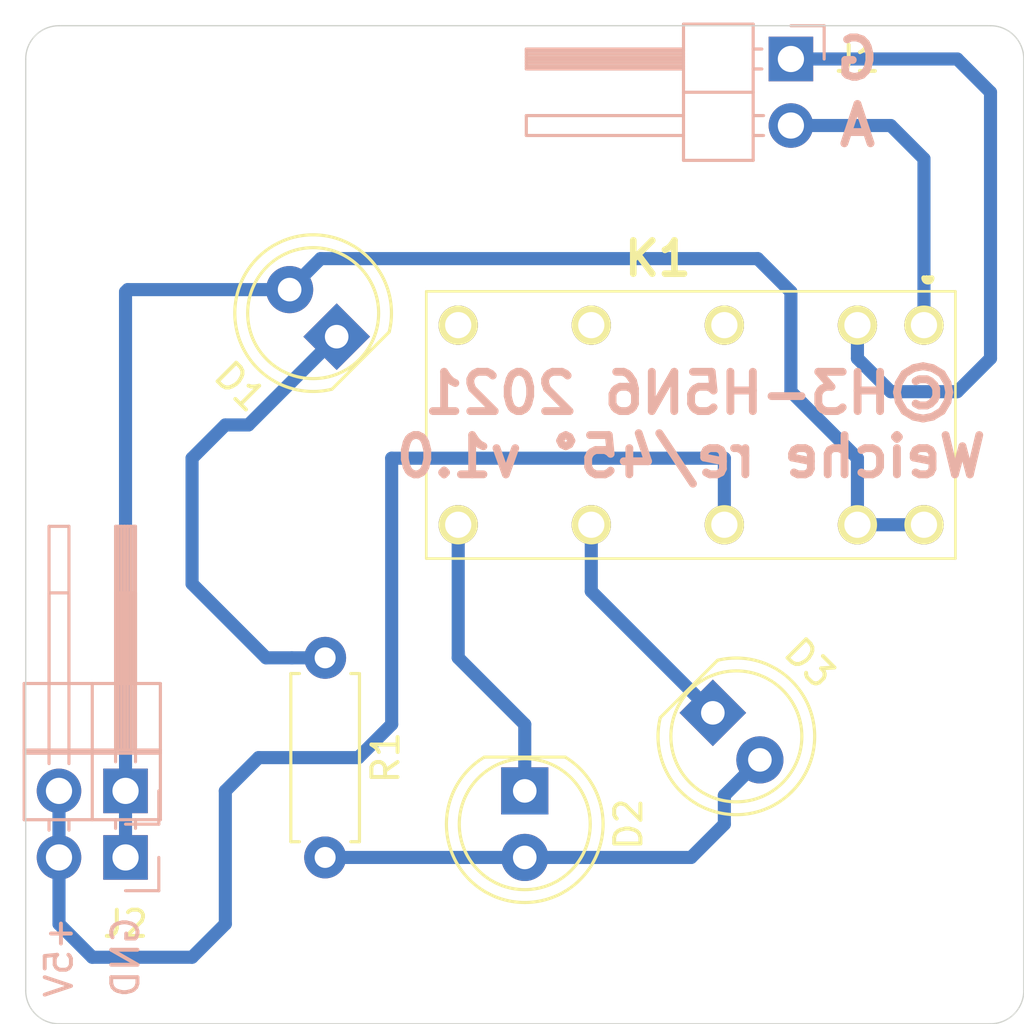
<source format=kicad_pcb>
(kicad_pcb (version 20171130) (host pcbnew 5.1.10)

  (general
    (thickness 1.6)
    (drawings 13)
    (tracks 50)
    (zones 0)
    (modules 10)
    (nets 9)
  )

  (page A4)
  (layers
    (0 F.Cu signal)
    (31 B.Cu signal)
    (32 B.Adhes user hide)
    (33 F.Adhes user hide)
    (34 B.Paste user hide)
    (35 F.Paste user hide)
    (36 B.SilkS user)
    (37 F.SilkS user)
    (38 B.Mask user)
    (39 F.Mask user hide)
    (40 Dwgs.User user hide)
    (41 Cmts.User user hide)
    (42 Eco1.User user hide)
    (43 Eco2.User user hide)
    (44 Edge.Cuts user)
    (45 Margin user hide)
    (46 B.CrtYd user)
    (47 F.CrtYd user)
    (48 B.Fab user hide)
    (49 F.Fab user hide)
  )

  (setup
    (last_trace_width 0.5)
    (trace_clearance 0.2)
    (zone_clearance 0.508)
    (zone_45_only no)
    (trace_min 0.2)
    (via_size 0.8)
    (via_drill 0.4)
    (via_min_size 0.4)
    (via_min_drill 0.3)
    (uvia_size 0.3)
    (uvia_drill 0.1)
    (uvias_allowed no)
    (uvia_min_size 0.2)
    (uvia_min_drill 0.1)
    (edge_width 0.05)
    (segment_width 0.2)
    (pcb_text_width 0.3)
    (pcb_text_size 1.5 1.5)
    (mod_edge_width 0.12)
    (mod_text_size 1 1)
    (mod_text_width 0.15)
    (pad_size 3.2 3.2)
    (pad_drill 3.2)
    (pad_to_mask_clearance 0)
    (aux_axis_origin 0 0)
    (grid_origin 148.59 115.57)
    (visible_elements FFFFFF7F)
    (pcbplotparams
      (layerselection 0x010fc_ffffffff)
      (usegerberextensions true)
      (usegerberattributes false)
      (usegerberadvancedattributes false)
      (creategerberjobfile false)
      (excludeedgelayer true)
      (linewidth 0.100000)
      (plotframeref false)
      (viasonmask false)
      (mode 1)
      (useauxorigin false)
      (hpglpennumber 1)
      (hpglpenspeed 20)
      (hpglpendiameter 15.000000)
      (psnegative false)
      (psa4output false)
      (plotreference true)
      (plotvalue false)
      (plotinvisibletext false)
      (padsonsilk false)
      (subtractmaskfromsilk true)
      (outputformat 1)
      (mirror false)
      (drillshape 0)
      (scaleselection 1)
      (outputdirectory "plot/"))
  )

  (net 0 "")
  (net 1 "Net-(D1-Pad1)")
  (net 2 "Net-(D2-Pad1)")
  (net 3 "Net-(D3-Pad1)")
  (net 4 "Net-(J1-Pad2)")
  (net 5 "Net-(J1-Pad1)")
  (net 6 +5V)
  (net 7 GND)
  (net 8 "Net-(D2-Pad2)")

  (net_class Default "This is the default net class."
    (clearance 0.2)
    (trace_width 0.5)
    (via_dia 0.8)
    (via_drill 0.4)
    (uvia_dia 0.3)
    (uvia_drill 0.1)
    (add_net +5V)
    (add_net GND)
    (add_net "Net-(D1-Pad1)")
    (add_net "Net-(D2-Pad1)")
    (add_net "Net-(D2-Pad2)")
    (add_net "Net-(D3-Pad1)")
    (add_net "Net-(J1-Pad1)")
    (add_net "Net-(J1-Pad2)")
  )

  (module Mounting_Holes:MountingHole_3.2mm_M3 (layer F.Cu) (tedit 6075FAD1) (tstamp 60904508)
    (at 139.7 115.57 270)
    (descr "Mounting Hole 3.2mm, no annular, M3")
    (tags "mounting hole 3.2mm no annular m3")
    (path /6074DA08)
    (attr virtual)
    (fp_text reference H1 (at 0 -4.2 90) (layer F.SilkS) hide
      (effects (font (size 1 1) (thickness 0.15)))
    )
    (fp_text value MountingHole (at 0 4.2 90) (layer F.Fab)
      (effects (font (size 1 1) (thickness 0.15)))
    )
    (fp_circle (center 0 0) (end 3.45 0) (layer F.CrtYd) (width 0.05))
    (fp_circle (center 0 0) (end 3.2 0) (layer Cmts.User) (width 0.15))
    (fp_text user %R (at 0.3 0 90) (layer F.Fab)
      (effects (font (size 1 1) (thickness 0.15)))
    )
    (pad "" np_thru_hole circle (at 0 0 270) (size 3.2 3.2) (drill 3.2) (layers *.Cu *.Mask)
      (thermal_gap 2))
  )

  (module LEDs:LED_D5.0mm (layer F.Cu) (tedit 5995936A) (tstamp 606F8082)
    (at 141.41 108.39 135)
    (descr "LED, diameter 5.0mm, 2 pins, http://cdn-reichelt.de/documents/datenblatt/A500/LL-504BC2E-009.pdf")
    (tags "LED diameter 5.0mm 2 pins")
    (path /612111BE)
    (fp_text reference D1 (at 1.27 -3.96 135) (layer F.SilkS)
      (effects (font (size 1 1) (thickness 0.15)))
    )
    (fp_text value LED (at 1.27 3.96 135) (layer F.Fab)
      (effects (font (size 1 1) (thickness 0.15)))
    )
    (fp_line (start 4.5 -3.25) (end -1.95 -3.25) (layer F.CrtYd) (width 0.05))
    (fp_line (start 4.5 3.25) (end 4.5 -3.25) (layer F.CrtYd) (width 0.05))
    (fp_line (start -1.95 3.25) (end 4.5 3.25) (layer F.CrtYd) (width 0.05))
    (fp_line (start -1.95 -3.25) (end -1.95 3.25) (layer F.CrtYd) (width 0.05))
    (fp_line (start -1.29 -1.545) (end -1.29 1.545) (layer F.SilkS) (width 0.12))
    (fp_line (start -1.23 -1.469694) (end -1.23 1.469694) (layer F.Fab) (width 0.1))
    (fp_circle (center 1.27 0) (end 3.77 0) (layer F.SilkS) (width 0.12))
    (fp_circle (center 1.27 0) (end 3.77 0) (layer F.Fab) (width 0.1))
    (fp_text user %R (at 1.27 -3.81 135) (layer F.Fab)
      (effects (font (size 0.8 0.8) (thickness 0.2)))
    )
    (fp_arc (start 1.27 0) (end -1.29 1.54483) (angle -148.9) (layer F.SilkS) (width 0.12))
    (fp_arc (start 1.27 0) (end -1.29 -1.54483) (angle 148.9) (layer F.SilkS) (width 0.12))
    (fp_arc (start 1.27 0) (end -1.23 -1.469694) (angle 299.1) (layer F.Fab) (width 0.1))
    (pad 2 thru_hole circle (at 2.54 0 135) (size 1.8 1.8) (drill 0.9) (layers *.Cu *.Mask)
      (net 6 +5V))
    (pad 1 thru_hole rect (at 0 0 135) (size 1.8 1.8) (drill 0.9) (layers *.Cu *.Mask)
      (net 1 "Net-(D1-Pad1)"))
    (model ${KISYS3DMOD}/LEDs.3dshapes/LED_D5.0mm.wrl
      (at (xyz 0 0 0))
      (scale (xyz 0.393701 0.393701 0.393701))
      (rotate (xyz 0 0 0))
    )
  )

  (module HFD2005SL2D (layer F.Cu) (tedit 60566F5C) (tstamp 606F812A)
    (at 163.83 107.95 180)
    (descr HFD2/005-S-L2-D-3)
    (tags "Relay or Contactor")
    (path /6125B40D)
    (fp_text reference K1 (at 10.16 2.54) (layer F.SilkS)
      (effects (font (size 1.27 1.27) (thickness 0.254)))
    )
    (fp_text value HFD2_005-S-L2-D (at 8.9 -3.53) (layer F.SilkS) hide
      (effects (font (size 1.27 1.27) (thickness 0.254)))
    )
    (fp_line (start -0.1 1.8) (end -0.1 1.8) (layer F.SilkS) (width 0.2))
    (fp_line (start 0 1.8) (end 0 1.8) (layer F.SilkS) (width 0.2))
    (fp_line (start -0.1 1.8) (end -0.1 1.8) (layer F.SilkS) (width 0.2))
    (fp_line (start -2.2 -9.91) (end -2.2 2.85) (layer Dwgs.User) (width 0.1))
    (fp_line (start 20 -9.91) (end -2.2 -9.91) (layer Dwgs.User) (width 0.1))
    (fp_line (start 20 2.85) (end 20 -9.91) (layer Dwgs.User) (width 0.1))
    (fp_line (start -2.2 2.85) (end 20 2.85) (layer Dwgs.User) (width 0.1))
    (fp_line (start -1.2 -8.91) (end -1.2 1.29) (layer F.SilkS) (width 0.1))
    (fp_line (start 19 -8.91) (end -1.2 -8.91) (layer F.SilkS) (width 0.1))
    (fp_line (start 19 1.29) (end 19 -8.91) (layer F.SilkS) (width 0.1))
    (fp_line (start -1.2 1.29) (end 19 1.29) (layer F.SilkS) (width 0.1))
    (fp_line (start -1.2 1.29) (end -1.2 -8.91) (layer Dwgs.User) (width 0.2))
    (fp_line (start 19 1.29) (end -1.2 1.29) (layer Dwgs.User) (width 0.2))
    (fp_line (start 19 -8.91) (end 19 1.29) (layer Dwgs.User) (width 0.2))
    (fp_line (start -1.2 -8.91) (end 19 -8.91) (layer Dwgs.User) (width 0.2))
    (fp_arc (start -0.15 1.8) (end -0.1 1.8) (angle -180) (layer F.SilkS) (width 0.2))
    (fp_arc (start -0.15 1.8) (end 0 1.8) (angle -180) (layer F.SilkS) (width 0.2))
    (fp_arc (start -0.15 1.8) (end -0.1 1.8) (angle -180) (layer F.SilkS) (width 0.2))
    (pad 1 thru_hole circle (at 0 0 270) (size 1.5 1.5) (drill 1) (layers *.Cu *.Mask F.SilkS)
      (net 4 "Net-(J1-Pad2)"))
    (pad 2 thru_hole circle (at 2.54 0 270) (size 1.5 1.5) (drill 1) (layers *.Cu *.Mask F.SilkS)
      (net 5 "Net-(J1-Pad1)"))
    (pad 4 thru_hole circle (at 7.62 0 270) (size 1.5 1.5) (drill 1) (layers *.Cu *.Mask F.SilkS))
    (pad 6 thru_hole circle (at 12.7 0 270) (size 1.5 1.5) (drill 1) (layers *.Cu *.Mask F.SilkS))
    (pad 8 thru_hole circle (at 17.78 0 270) (size 1.5 1.5) (drill 1) (layers *.Cu *.Mask F.SilkS))
    (pad 9 thru_hole circle (at 17.78 -7.62 270) (size 1.5 1.5) (drill 1) (layers *.Cu *.Mask F.SilkS)
      (net 2 "Net-(D2-Pad1)"))
    (pad 11 thru_hole circle (at 12.7 -7.62 270) (size 1.5 1.5) (drill 1) (layers *.Cu *.Mask F.SilkS)
      (net 3 "Net-(D3-Pad1)"))
    (pad 13 thru_hole circle (at 7.62 -7.62 270) (size 1.5 1.5) (drill 1) (layers *.Cu *.Mask F.SilkS)
      (net 7 GND))
    (pad 15 thru_hole circle (at 2.54 -7.62 270) (size 1.5 1.5) (drill 1) (layers *.Cu *.Mask F.SilkS)
      (net 6 +5V))
    (pad 16 thru_hole circle (at 0 -7.62 270) (size 1.5 1.5) (drill 1) (layers *.Cu *.Mask F.SilkS)
      (net 6 +5V))
  )

  (module LEDs:LED_D5.0mm (layer F.Cu) (tedit 5995936A) (tstamp 606F8094)
    (at 148.59 125.73 270)
    (descr "LED, diameter 5.0mm, 2 pins, http://cdn-reichelt.de/documents/datenblatt/A500/LL-504BC2E-009.pdf")
    (tags "LED diameter 5.0mm 2 pins")
    (path /61211E8C)
    (fp_text reference D2 (at 1.27 -3.96 90) (layer F.SilkS)
      (effects (font (size 1 1) (thickness 0.15)))
    )
    (fp_text value LED (at 1.27 3.96 90) (layer F.Fab)
      (effects (font (size 1 1) (thickness 0.15)))
    )
    (fp_circle (center 1.27 0) (end 3.77 0) (layer F.Fab) (width 0.1))
    (fp_circle (center 1.27 0) (end 3.77 0) (layer F.SilkS) (width 0.12))
    (fp_line (start -1.23 -1.469694) (end -1.23 1.469694) (layer F.Fab) (width 0.1))
    (fp_line (start -1.29 -1.545) (end -1.29 1.545) (layer F.SilkS) (width 0.12))
    (fp_line (start -1.95 -3.25) (end -1.95 3.25) (layer F.CrtYd) (width 0.05))
    (fp_line (start -1.95 3.25) (end 4.5 3.25) (layer F.CrtYd) (width 0.05))
    (fp_line (start 4.5 3.25) (end 4.5 -3.25) (layer F.CrtYd) (width 0.05))
    (fp_line (start 4.5 -3.25) (end -1.95 -3.25) (layer F.CrtYd) (width 0.05))
    (fp_arc (start 1.27 0) (end -1.23 -1.469694) (angle 299.1) (layer F.Fab) (width 0.1))
    (fp_arc (start 1.27 0) (end -1.29 -1.54483) (angle 148.9) (layer F.SilkS) (width 0.12))
    (fp_arc (start 1.27 0) (end -1.29 1.54483) (angle -148.9) (layer F.SilkS) (width 0.12))
    (fp_text user %R (at 1.25 -3.81 90) (layer F.Fab)
      (effects (font (size 0.8 0.8) (thickness 0.2)))
    )
    (pad 1 thru_hole rect (at 0 0 270) (size 1.8 1.8) (drill 0.9) (layers *.Cu *.Mask)
      (net 2 "Net-(D2-Pad1)"))
    (pad 2 thru_hole circle (at 2.54 0 270) (size 1.8 1.8) (drill 0.9) (layers *.Cu *.Mask)
      (net 8 "Net-(D2-Pad2)"))
    (model ${KISYS3DMOD}/LEDs.3dshapes/LED_D5.0mm.wrl
      (at (xyz 0 0 0))
      (scale (xyz 0.393701 0.393701 0.393701))
      (rotate (xyz 0 0 0))
    )
  )

  (module LEDs:LED_D5.0mm (layer F.Cu) (tedit 5995936A) (tstamp 606F80A6)
    (at 155.77 122.75 315)
    (descr "LED, diameter 5.0mm, 2 pins, http://cdn-reichelt.de/documents/datenblatt/A500/LL-504BC2E-009.pdf")
    (tags "LED diameter 5.0mm 2 pins")
    (path /612122F7)
    (fp_text reference D3 (at 1.27 -3.96 135) (layer F.SilkS)
      (effects (font (size 1 1) (thickness 0.15)))
    )
    (fp_text value LED (at 1.27 3.96 135) (layer F.Fab)
      (effects (font (size 1 1) (thickness 0.15)))
    )
    (fp_line (start 4.5 -3.25) (end -1.95 -3.25) (layer F.CrtYd) (width 0.05))
    (fp_line (start 4.5 3.25) (end 4.5 -3.25) (layer F.CrtYd) (width 0.05))
    (fp_line (start -1.95 3.25) (end 4.5 3.25) (layer F.CrtYd) (width 0.05))
    (fp_line (start -1.95 -3.25) (end -1.95 3.25) (layer F.CrtYd) (width 0.05))
    (fp_line (start -1.29 -1.545) (end -1.29 1.545) (layer F.SilkS) (width 0.12))
    (fp_line (start -1.23 -1.469694) (end -1.23 1.469694) (layer F.Fab) (width 0.1))
    (fp_circle (center 1.27 0) (end 3.77 0) (layer F.SilkS) (width 0.12))
    (fp_circle (center 1.27 0) (end 3.77 0) (layer F.Fab) (width 0.1))
    (fp_text user %R (at 1.796051 -3.592102 135) (layer F.Fab)
      (effects (font (size 0.8 0.8) (thickness 0.2)))
    )
    (fp_arc (start 1.27 0) (end -1.29 1.54483) (angle -148.9) (layer F.SilkS) (width 0.12))
    (fp_arc (start 1.27 0) (end -1.29 -1.54483) (angle 148.9) (layer F.SilkS) (width 0.12))
    (fp_arc (start 1.27 0) (end -1.23 -1.469694) (angle 299.1) (layer F.Fab) (width 0.1))
    (pad 2 thru_hole circle (at 2.54 0 315) (size 1.8 1.8) (drill 0.9) (layers *.Cu *.Mask)
      (net 8 "Net-(D2-Pad2)"))
    (pad 1 thru_hole rect (at 0 0 315) (size 1.8 1.8) (drill 0.9) (layers *.Cu *.Mask)
      (net 3 "Net-(D3-Pad1)"))
    (model ${KISYS3DMOD}/LEDs.3dshapes/LED_D5.0mm.wrl
      (at (xyz 0 0 0))
      (scale (xyz 0.393701 0.393701 0.393701))
      (rotate (xyz 0 0 0))
    )
  )

  (module Resistors_THT:R_Axial_DIN0207_L6.3mm_D2.5mm_P7.62mm_Horizontal (layer F.Cu) (tedit 5874F706) (tstamp 606F8140)
    (at 140.97 120.65 270)
    (descr "Resistor, Axial_DIN0207 series, Axial, Horizontal, pin pitch=7.62mm, 0.25W = 1/4W, length*diameter=6.3*2.5mm^2, http://cdn-reichelt.de/documents/datenblatt/B400/1_4W%23YAG.pdf")
    (tags "Resistor Axial_DIN0207 series Axial Horizontal pin pitch 7.62mm 0.25W = 1/4W length 6.3mm diameter 2.5mm")
    (path /61212C6E)
    (fp_text reference R1 (at 3.81 -2.31 90) (layer F.SilkS)
      (effects (font (size 1 1) (thickness 0.15)))
    )
    (fp_text value 100 (at 2.794 2.54 90) (layer F.Fab)
      (effects (font (size 1 1) (thickness 0.15)))
    )
    (fp_line (start 8.7 -1.6) (end -1.05 -1.6) (layer F.CrtYd) (width 0.05))
    (fp_line (start 8.7 1.6) (end 8.7 -1.6) (layer F.CrtYd) (width 0.05))
    (fp_line (start -1.05 1.6) (end 8.7 1.6) (layer F.CrtYd) (width 0.05))
    (fp_line (start -1.05 -1.6) (end -1.05 1.6) (layer F.CrtYd) (width 0.05))
    (fp_line (start 7.02 1.31) (end 7.02 0.98) (layer F.SilkS) (width 0.12))
    (fp_line (start 0.6 1.31) (end 7.02 1.31) (layer F.SilkS) (width 0.12))
    (fp_line (start 0.6 0.98) (end 0.6 1.31) (layer F.SilkS) (width 0.12))
    (fp_line (start 7.02 -1.31) (end 7.02 -0.98) (layer F.SilkS) (width 0.12))
    (fp_line (start 0.6 -1.31) (end 7.02 -1.31) (layer F.SilkS) (width 0.12))
    (fp_line (start 0.6 -0.98) (end 0.6 -1.31) (layer F.SilkS) (width 0.12))
    (fp_line (start 7.62 0) (end 6.96 0) (layer F.Fab) (width 0.1))
    (fp_line (start 0 0) (end 0.66 0) (layer F.Fab) (width 0.1))
    (fp_line (start 6.96 -1.25) (end 0.66 -1.25) (layer F.Fab) (width 0.1))
    (fp_line (start 6.96 1.25) (end 6.96 -1.25) (layer F.Fab) (width 0.1))
    (fp_line (start 0.66 1.25) (end 6.96 1.25) (layer F.Fab) (width 0.1))
    (fp_line (start 0.66 -1.25) (end 0.66 1.25) (layer F.Fab) (width 0.1))
    (pad 2 thru_hole oval (at 7.62 0 270) (size 1.6 1.6) (drill 0.8) (layers *.Cu *.Mask)
      (net 8 "Net-(D2-Pad2)"))
    (pad 1 thru_hole circle (at 0 0 270) (size 1.6 1.6) (drill 0.8) (layers *.Cu *.Mask)
      (net 1 "Net-(D1-Pad1)"))
    (model ${KISYS3DMOD}/Resistors_THT.3dshapes/R_Axial_DIN0207_L6.3mm_D2.5mm_P7.62mm_Horizontal.wrl
      (at (xyz 0 0 0))
      (scale (xyz 0.393701 0.393701 0.393701))
      (rotate (xyz 0 0 0))
    )
  )

  (module Pin_Headers:Pin_Header_Angled_1x02_Pitch2.54mm (layer B.Cu) (tedit 59650532) (tstamp 606F8EF6)
    (at 158.75 97.79 180)
    (descr "Through hole angled pin header, 1x02, 2.54mm pitch, 6mm pin length, single row")
    (tags "Through hole angled pin header THT 1x02 2.54mm single row")
    (path /61262617)
    (fp_text reference J1 (at -2.54 0 180) (layer F.SilkS)
      (effects (font (size 1 1) (thickness 0.15)))
    )
    (fp_text value Conn_01x02_Male (at 4.385 -4.81 180) (layer B.Fab)
      (effects (font (size 1 1) (thickness 0.15)) (justify mirror))
    )
    (fp_line (start 10.55 1.8) (end -1.8 1.8) (layer B.CrtYd) (width 0.05))
    (fp_line (start 10.55 -4.35) (end 10.55 1.8) (layer B.CrtYd) (width 0.05))
    (fp_line (start -1.8 -4.35) (end 10.55 -4.35) (layer B.CrtYd) (width 0.05))
    (fp_line (start -1.8 1.8) (end -1.8 -4.35) (layer B.CrtYd) (width 0.05))
    (fp_line (start -1.27 1.27) (end 0 1.27) (layer B.SilkS) (width 0.12))
    (fp_line (start -1.27 0) (end -1.27 1.27) (layer B.SilkS) (width 0.12))
    (fp_line (start 1.042929 -2.92) (end 1.44 -2.92) (layer B.SilkS) (width 0.12))
    (fp_line (start 1.042929 -2.16) (end 1.44 -2.16) (layer B.SilkS) (width 0.12))
    (fp_line (start 10.1 -2.92) (end 4.1 -2.92) (layer B.SilkS) (width 0.12))
    (fp_line (start 10.1 -2.16) (end 10.1 -2.92) (layer B.SilkS) (width 0.12))
    (fp_line (start 4.1 -2.16) (end 10.1 -2.16) (layer B.SilkS) (width 0.12))
    (fp_line (start 1.44 -1.27) (end 4.1 -1.27) (layer B.SilkS) (width 0.12))
    (fp_line (start 1.11 -0.38) (end 1.44 -0.38) (layer B.SilkS) (width 0.12))
    (fp_line (start 1.11 0.38) (end 1.44 0.38) (layer B.SilkS) (width 0.12))
    (fp_line (start 4.1 -0.28) (end 10.1 -0.28) (layer B.SilkS) (width 0.12))
    (fp_line (start 4.1 -0.16) (end 10.1 -0.16) (layer B.SilkS) (width 0.12))
    (fp_line (start 4.1 -0.04) (end 10.1 -0.04) (layer B.SilkS) (width 0.12))
    (fp_line (start 4.1 0.08) (end 10.1 0.08) (layer B.SilkS) (width 0.12))
    (fp_line (start 4.1 0.2) (end 10.1 0.2) (layer B.SilkS) (width 0.12))
    (fp_line (start 4.1 0.32) (end 10.1 0.32) (layer B.SilkS) (width 0.12))
    (fp_line (start 10.1 -0.38) (end 4.1 -0.38) (layer B.SilkS) (width 0.12))
    (fp_line (start 10.1 0.38) (end 10.1 -0.38) (layer B.SilkS) (width 0.12))
    (fp_line (start 4.1 0.38) (end 10.1 0.38) (layer B.SilkS) (width 0.12))
    (fp_line (start 4.1 1.33) (end 1.44 1.33) (layer B.SilkS) (width 0.12))
    (fp_line (start 4.1 -3.87) (end 4.1 1.33) (layer B.SilkS) (width 0.12))
    (fp_line (start 1.44 -3.87) (end 4.1 -3.87) (layer B.SilkS) (width 0.12))
    (fp_line (start 1.44 1.33) (end 1.44 -3.87) (layer B.SilkS) (width 0.12))
    (fp_line (start 4.04 -2.86) (end 10.04 -2.86) (layer B.Fab) (width 0.1))
    (fp_line (start 10.04 -2.22) (end 10.04 -2.86) (layer B.Fab) (width 0.1))
    (fp_line (start 4.04 -2.22) (end 10.04 -2.22) (layer B.Fab) (width 0.1))
    (fp_line (start -0.32 -2.86) (end 1.5 -2.86) (layer B.Fab) (width 0.1))
    (fp_line (start -0.32 -2.22) (end -0.32 -2.86) (layer B.Fab) (width 0.1))
    (fp_line (start -0.32 -2.22) (end 1.5 -2.22) (layer B.Fab) (width 0.1))
    (fp_line (start 4.04 -0.32) (end 10.04 -0.32) (layer B.Fab) (width 0.1))
    (fp_line (start 10.04 0.32) (end 10.04 -0.32) (layer B.Fab) (width 0.1))
    (fp_line (start 4.04 0.32) (end 10.04 0.32) (layer B.Fab) (width 0.1))
    (fp_line (start -0.32 -0.32) (end 1.5 -0.32) (layer B.Fab) (width 0.1))
    (fp_line (start -0.32 0.32) (end -0.32 -0.32) (layer B.Fab) (width 0.1))
    (fp_line (start -0.32 0.32) (end 1.5 0.32) (layer B.Fab) (width 0.1))
    (fp_line (start 1.5 0.635) (end 2.135 1.27) (layer B.Fab) (width 0.1))
    (fp_line (start 1.5 -3.81) (end 1.5 0.635) (layer B.Fab) (width 0.1))
    (fp_line (start 4.04 -3.81) (end 1.5 -3.81) (layer B.Fab) (width 0.1))
    (fp_line (start 4.04 1.27) (end 4.04 -3.81) (layer B.Fab) (width 0.1))
    (fp_line (start 2.135 1.27) (end 4.04 1.27) (layer B.Fab) (width 0.1))
    (fp_text user %R (at 0 1.27 90) (layer B.Fab)
      (effects (font (size 1 1) (thickness 0.15)) (justify mirror))
    )
    (pad 2 thru_hole oval (at 0 -2.54 180) (size 1.7 1.7) (drill 1) (layers *.Cu *.Mask)
      (net 4 "Net-(J1-Pad2)"))
    (pad 1 thru_hole rect (at 0 0 180) (size 1.7 1.7) (drill 1) (layers *.Cu *.Mask)
      (net 5 "Net-(J1-Pad1)"))
    (model ${KISYS3DMOD}/Pin_Headers.3dshapes/Pin_Header_Angled_1x02_Pitch2.54mm.wrl
      (at (xyz 0 0 0))
      (scale (xyz 1 1 1))
      (rotate (xyz 0 0 0))
    )
  )

  (module Pin_Headers:Pin_Header_Angled_1x02_Pitch2.54mm (layer B.Cu) (tedit 59650532) (tstamp 606F8F28)
    (at 133.35 125.73 90)
    (descr "Through hole angled pin header, 1x02, 2.54mm pitch, 6mm pin length, single row")
    (tags "Through hole angled pin header THT 1x02 2.54mm single row")
    (path /61263F3E)
    (fp_text reference J2 (at -5.08 0 180) (layer F.SilkS)
      (effects (font (size 1 1) (thickness 0.15)))
    )
    (fp_text value Power (at 4.385 -4.81 90) (layer B.Fab)
      (effects (font (size 1 1) (thickness 0.15)) (justify mirror))
    )
    (fp_line (start 2.135 1.27) (end 4.04 1.27) (layer B.Fab) (width 0.1))
    (fp_line (start 4.04 1.27) (end 4.04 -3.81) (layer B.Fab) (width 0.1))
    (fp_line (start 4.04 -3.81) (end 1.5 -3.81) (layer B.Fab) (width 0.1))
    (fp_line (start 1.5 -3.81) (end 1.5 0.635) (layer B.Fab) (width 0.1))
    (fp_line (start 1.5 0.635) (end 2.135 1.27) (layer B.Fab) (width 0.1))
    (fp_line (start -0.32 0.32) (end 1.5 0.32) (layer B.Fab) (width 0.1))
    (fp_line (start -0.32 0.32) (end -0.32 -0.32) (layer B.Fab) (width 0.1))
    (fp_line (start -0.32 -0.32) (end 1.5 -0.32) (layer B.Fab) (width 0.1))
    (fp_line (start 4.04 0.32) (end 10.04 0.32) (layer B.Fab) (width 0.1))
    (fp_line (start 10.04 0.32) (end 10.04 -0.32) (layer B.Fab) (width 0.1))
    (fp_line (start 4.04 -0.32) (end 10.04 -0.32) (layer B.Fab) (width 0.1))
    (fp_line (start -0.32 -2.22) (end 1.5 -2.22) (layer B.Fab) (width 0.1))
    (fp_line (start -0.32 -2.22) (end -0.32 -2.86) (layer B.Fab) (width 0.1))
    (fp_line (start -0.32 -2.86) (end 1.5 -2.86) (layer B.Fab) (width 0.1))
    (fp_line (start 4.04 -2.22) (end 10.04 -2.22) (layer B.Fab) (width 0.1))
    (fp_line (start 10.04 -2.22) (end 10.04 -2.86) (layer B.Fab) (width 0.1))
    (fp_line (start 4.04 -2.86) (end 10.04 -2.86) (layer B.Fab) (width 0.1))
    (fp_line (start 1.44 1.33) (end 1.44 -3.87) (layer B.SilkS) (width 0.12))
    (fp_line (start 1.44 -3.87) (end 4.1 -3.87) (layer B.SilkS) (width 0.12))
    (fp_line (start 4.1 -3.87) (end 4.1 1.33) (layer B.SilkS) (width 0.12))
    (fp_line (start 4.1 1.33) (end 1.44 1.33) (layer B.SilkS) (width 0.12))
    (fp_line (start 4.1 0.38) (end 10.1 0.38) (layer B.SilkS) (width 0.12))
    (fp_line (start 10.1 0.38) (end 10.1 -0.38) (layer B.SilkS) (width 0.12))
    (fp_line (start 10.1 -0.38) (end 4.1 -0.38) (layer B.SilkS) (width 0.12))
    (fp_line (start 4.1 0.32) (end 10.1 0.32) (layer B.SilkS) (width 0.12))
    (fp_line (start 4.1 0.2) (end 10.1 0.2) (layer B.SilkS) (width 0.12))
    (fp_line (start 4.1 0.08) (end 10.1 0.08) (layer B.SilkS) (width 0.12))
    (fp_line (start 4.1 -0.04) (end 10.1 -0.04) (layer B.SilkS) (width 0.12))
    (fp_line (start 4.1 -0.16) (end 10.1 -0.16) (layer B.SilkS) (width 0.12))
    (fp_line (start 4.1 -0.28) (end 10.1 -0.28) (layer B.SilkS) (width 0.12))
    (fp_line (start 1.11 0.38) (end 1.44 0.38) (layer B.SilkS) (width 0.12))
    (fp_line (start 1.11 -0.38) (end 1.44 -0.38) (layer B.SilkS) (width 0.12))
    (fp_line (start 1.44 -1.27) (end 4.1 -1.27) (layer B.SilkS) (width 0.12))
    (fp_line (start 4.1 -2.16) (end 10.1 -2.16) (layer B.SilkS) (width 0.12))
    (fp_line (start 10.1 -2.16) (end 10.1 -2.92) (layer B.SilkS) (width 0.12))
    (fp_line (start 10.1 -2.92) (end 4.1 -2.92) (layer B.SilkS) (width 0.12))
    (fp_line (start 1.042929 -2.16) (end 1.44 -2.16) (layer B.SilkS) (width 0.12))
    (fp_line (start 1.042929 -2.92) (end 1.44 -2.92) (layer B.SilkS) (width 0.12))
    (fp_line (start -1.27 0) (end -1.27 1.27) (layer B.SilkS) (width 0.12))
    (fp_line (start -1.27 1.27) (end 0 1.27) (layer B.SilkS) (width 0.12))
    (fp_line (start -1.8 1.8) (end -1.8 -4.35) (layer B.CrtYd) (width 0.05))
    (fp_line (start -1.8 -4.35) (end 10.55 -4.35) (layer B.CrtYd) (width 0.05))
    (fp_line (start 10.55 -4.35) (end 10.55 1.8) (layer B.CrtYd) (width 0.05))
    (fp_line (start 10.55 1.8) (end -1.8 1.8) (layer B.CrtYd) (width 0.05))
    (fp_text user %R (at 1.5 -3.81 180) (layer B.Fab)
      (effects (font (size 1 1) (thickness 0.15)) (justify mirror))
    )
    (pad 1 thru_hole rect (at 0 0 90) (size 1.7 1.7) (drill 1) (layers *.Cu *.Mask)
      (net 6 +5V))
    (pad 2 thru_hole oval (at 0 -2.54 90) (size 1.7 1.7) (drill 1) (layers *.Cu *.Mask)
      (net 7 GND))
    (model ${KISYS3DMOD}/Pin_Headers.3dshapes/Pin_Header_Angled_1x02_Pitch2.54mm.wrl
      (at (xyz 0 0 0))
      (scale (xyz 1 1 1))
      (rotate (xyz 0 0 0))
    )
  )

  (module Pin_Headers:Pin_Header_Angled_1x02_Pitch2.54mm (layer B.Cu) (tedit 59650532) (tstamp 606F8F5A)
    (at 133.35 128.27 90)
    (descr "Through hole angled pin header, 1x02, 2.54mm pitch, 6mm pin length, single row")
    (tags "Through hole angled pin header THT 1x02 2.54mm single row")
    (path /612729E3)
    (fp_text reference J3 (at -2.54 0 180) (layer F.SilkS) hide
      (effects (font (size 1 1) (thickness 0.15)))
    )
    (fp_text value Conn_01x02_Male (at 4.385 -4.81 90) (layer B.Fab)
      (effects (font (size 1 1) (thickness 0.15)) (justify mirror))
    )
    (fp_line (start 10.55 1.8) (end -1.8 1.8) (layer B.CrtYd) (width 0.05))
    (fp_line (start 10.55 -4.35) (end 10.55 1.8) (layer B.CrtYd) (width 0.05))
    (fp_line (start -1.8 -4.35) (end 10.55 -4.35) (layer B.CrtYd) (width 0.05))
    (fp_line (start -1.8 1.8) (end -1.8 -4.35) (layer B.CrtYd) (width 0.05))
    (fp_line (start -1.27 1.27) (end 0 1.27) (layer B.SilkS) (width 0.12))
    (fp_line (start -1.27 0) (end -1.27 1.27) (layer B.SilkS) (width 0.12))
    (fp_line (start 1.042929 -2.92) (end 1.44 -2.92) (layer B.SilkS) (width 0.12))
    (fp_line (start 1.042929 -2.16) (end 1.44 -2.16) (layer B.SilkS) (width 0.12))
    (fp_line (start 10.1 -2.92) (end 4.1 -2.92) (layer B.SilkS) (width 0.12))
    (fp_line (start 10.1 -2.16) (end 10.1 -2.92) (layer B.SilkS) (width 0.12))
    (fp_line (start 4.1 -2.16) (end 10.1 -2.16) (layer B.SilkS) (width 0.12))
    (fp_line (start 1.44 -1.27) (end 4.1 -1.27) (layer B.SilkS) (width 0.12))
    (fp_line (start 1.11 -0.38) (end 1.44 -0.38) (layer B.SilkS) (width 0.12))
    (fp_line (start 1.11 0.38) (end 1.44 0.38) (layer B.SilkS) (width 0.12))
    (fp_line (start 4.1 -0.28) (end 10.1 -0.28) (layer B.SilkS) (width 0.12))
    (fp_line (start 4.1 -0.16) (end 10.1 -0.16) (layer B.SilkS) (width 0.12))
    (fp_line (start 4.1 -0.04) (end 10.1 -0.04) (layer B.SilkS) (width 0.12))
    (fp_line (start 4.1 0.08) (end 10.1 0.08) (layer B.SilkS) (width 0.12))
    (fp_line (start 4.1 0.2) (end 10.1 0.2) (layer B.SilkS) (width 0.12))
    (fp_line (start 4.1 0.32) (end 10.1 0.32) (layer B.SilkS) (width 0.12))
    (fp_line (start 10.1 -0.38) (end 4.1 -0.38) (layer B.SilkS) (width 0.12))
    (fp_line (start 10.1 0.38) (end 10.1 -0.38) (layer B.SilkS) (width 0.12))
    (fp_line (start 4.1 0.38) (end 10.1 0.38) (layer B.SilkS) (width 0.12))
    (fp_line (start 4.1 1.33) (end 1.44 1.33) (layer B.SilkS) (width 0.12))
    (fp_line (start 4.1 -3.87) (end 4.1 1.33) (layer B.SilkS) (width 0.12))
    (fp_line (start 1.44 -3.87) (end 4.1 -3.87) (layer B.SilkS) (width 0.12))
    (fp_line (start 1.44 1.33) (end 1.44 -3.87) (layer B.SilkS) (width 0.12))
    (fp_line (start 4.04 -2.86) (end 10.04 -2.86) (layer B.Fab) (width 0.1))
    (fp_line (start 10.04 -2.22) (end 10.04 -2.86) (layer B.Fab) (width 0.1))
    (fp_line (start 4.04 -2.22) (end 10.04 -2.22) (layer B.Fab) (width 0.1))
    (fp_line (start -0.32 -2.86) (end 1.5 -2.86) (layer B.Fab) (width 0.1))
    (fp_line (start -0.32 -2.22) (end -0.32 -2.86) (layer B.Fab) (width 0.1))
    (fp_line (start -0.32 -2.22) (end 1.5 -2.22) (layer B.Fab) (width 0.1))
    (fp_line (start 4.04 -0.32) (end 10.04 -0.32) (layer B.Fab) (width 0.1))
    (fp_line (start 10.04 0.32) (end 10.04 -0.32) (layer B.Fab) (width 0.1))
    (fp_line (start 4.04 0.32) (end 10.04 0.32) (layer B.Fab) (width 0.1))
    (fp_line (start -0.32 -0.32) (end 1.5 -0.32) (layer B.Fab) (width 0.1))
    (fp_line (start -0.32 0.32) (end -0.32 -0.32) (layer B.Fab) (width 0.1))
    (fp_line (start -0.32 0.32) (end 1.5 0.32) (layer B.Fab) (width 0.1))
    (fp_line (start 1.5 0.635) (end 2.135 1.27) (layer B.Fab) (width 0.1))
    (fp_line (start 1.5 -3.81) (end 1.5 0.635) (layer B.Fab) (width 0.1))
    (fp_line (start 4.04 -3.81) (end 1.5 -3.81) (layer B.Fab) (width 0.1))
    (fp_line (start 4.04 1.27) (end 4.04 -3.81) (layer B.Fab) (width 0.1))
    (fp_line (start 2.135 1.27) (end 4.04 1.27) (layer B.Fab) (width 0.1))
    (fp_text user %R (at 0 -3.81 180) (layer B.Fab)
      (effects (font (size 1 1) (thickness 0.15)) (justify mirror))
    )
    (pad 2 thru_hole oval (at 0 -2.54 90) (size 1.7 1.7) (drill 1) (layers *.Cu *.Mask)
      (net 7 GND))
    (pad 1 thru_hole rect (at 0 0 90) (size 1.7 1.7) (drill 1) (layers *.Cu *.Mask)
      (net 6 +5V))
    (model ${KISYS3DMOD}/Pin_Headers.3dshapes/Pin_Header_Angled_1x02_Pitch2.54mm.wrl
      (at (xyz 0 0 0))
      (scale (xyz 1 1 1))
      (rotate (xyz 0 0 0))
    )
  )

  (module Mounting_Holes:MountingHole_3.2mm_M3 (layer F.Cu) (tedit 6075FAD1) (tstamp 6074D71B)
    (at 163.83 130.81 270)
    (descr "Mounting Hole 3.2mm, no annular, M3")
    (tags "mounting hole 3.2mm no annular m3")
    (path /6074DA08)
    (attr virtual)
    (fp_text reference H1 (at 0 -4.2 90) (layer F.SilkS) hide
      (effects (font (size 1 1) (thickness 0.15)))
    )
    (fp_text value MountingHole (at 0 4.2 90) (layer F.Fab)
      (effects (font (size 1 1) (thickness 0.15)))
    )
    (fp_circle (center 0 0) (end 3.2 0) (layer Cmts.User) (width 0.15))
    (fp_circle (center 0 0) (end 3.45 0) (layer F.CrtYd) (width 0.05))
    (fp_text user %R (at 0.3 0 90) (layer F.Fab)
      (effects (font (size 1 1) (thickness 0.15)))
    )
    (pad "" np_thru_hole circle (at 0 0 270) (size 3.2 3.2) (drill 3.2) (layers *.Cu *.Mask)
      (thermal_gap 2))
  )

  (gr_text +5V (at 130.81 132.08 90) (layer B.SilkS)
    (effects (font (size 1 1) (thickness 0.15)) (justify mirror))
  )
  (gr_text GND (at 133.35 132.08 90) (layer B.SilkS)
    (effects (font (size 1 1) (thickness 0.15)) (justify mirror))
  )
  (gr_text A (at 161.29 100.33) (layer B.SilkS)
    (effects (font (size 1.5 1.5) (thickness 0.3)))
  )
  (gr_text G (at 161.29 97.79) (layer B.SilkS)
    (effects (font (size 1.5 1.5) (thickness 0.3)) (justify mirror))
  )
  (gr_text "©H3-H5N6 2021\nWeiche re/45° v1.0" (at 154.94 111.76) (layer B.SilkS)
    (effects (font (size 1.5 1.5) (thickness 0.3)) (justify mirror))
  )
  (gr_arc (start 130.81 133.35) (end 129.54 133.35) (angle -90) (layer Edge.Cuts) (width 0.05) (tstamp 608F350E))
  (gr_arc (start 166.37 133.35) (end 166.37 134.62) (angle -90) (layer Edge.Cuts) (width 0.05) (tstamp 608F350E))
  (gr_arc (start 166.37 97.79) (end 167.64 97.79) (angle -90) (layer Edge.Cuts) (width 0.05) (tstamp 608F350E))
  (gr_arc (start 130.81 97.79) (end 130.81 96.52) (angle -90) (layer Edge.Cuts) (width 0.05))
  (gr_line (start 130.81 96.52) (end 166.37 96.52) (layer Edge.Cuts) (width 0.05) (tstamp 606F86FB))
  (gr_line (start 129.54 133.35) (end 129.54 97.79) (layer Edge.Cuts) (width 0.05))
  (gr_line (start 166.37 134.62) (end 130.81 134.62) (layer Edge.Cuts) (width 0.05))
  (gr_line (start 167.64 97.79) (end 167.64 133.35) (layer Edge.Cuts) (width 0.05))

  (segment (start 139.7 120.65) (end 140.97 120.65) (width 0.5) (layer B.Cu) (net 1))
  (segment (start 135.89 117.824001) (end 138.715999 120.65) (width 0.5) (layer B.Cu) (net 1))
  (segment (start 138.715999 120.65) (end 139.7 120.65) (width 0.5) (layer B.Cu) (net 1))
  (segment (start 135.89 113.03) (end 135.89 117.824001) (width 0.5) (layer B.Cu) (net 1))
  (segment (start 137.16 111.76) (end 135.89 113.03) (width 0.5) (layer B.Cu) (net 1))
  (segment (start 138.04 111.76) (end 137.16 111.76) (width 0.5) (layer B.Cu) (net 1))
  (segment (start 141.41 108.39) (end 138.04 111.76) (width 0.5) (layer B.Cu) (net 1))
  (segment (start 146.05 115.57) (end 146.05 120.65) (width 0.5) (layer B.Cu) (net 2))
  (segment (start 146.05 120.65) (end 148.59 123.19) (width 0.5) (layer B.Cu) (net 2))
  (segment (start 148.59 123.19) (end 148.59 125.73) (width 0.5) (layer B.Cu) (net 2))
  (segment (start 151.13 118.11) (end 155.77 122.75) (width 0.5) (layer B.Cu) (net 3))
  (segment (start 151.13 115.57) (end 151.13 118.11) (width 0.5) (layer B.Cu) (net 3))
  (segment (start 158.75 100.33) (end 162.56 100.33) (width 0.5) (layer B.Cu) (net 4))
  (segment (start 163.83 101.6) (end 163.83 107.95) (width 0.5) (layer B.Cu) (net 4))
  (segment (start 162.56 100.33) (end 163.83 101.6) (width 0.5) (layer B.Cu) (net 4))
  (segment (start 165.1 97.79) (end 158.75 97.79) (width 0.5) (layer B.Cu) (net 5))
  (segment (start 166.37 99.06) (end 165.1 97.79) (width 0.5) (layer B.Cu) (net 5))
  (segment (start 166.37 109.22) (end 166.37 99.06) (width 0.5) (layer B.Cu) (net 5))
  (segment (start 165.1 110.49) (end 166.37 109.22) (width 0.5) (layer B.Cu) (net 5))
  (segment (start 162.56 110.49) (end 165.1 110.49) (width 0.5) (layer B.Cu) (net 5))
  (segment (start 161.29 109.22) (end 162.56 110.49) (width 0.5) (layer B.Cu) (net 5))
  (segment (start 161.29 107.95) (end 161.29 109.22) (width 0.5) (layer B.Cu) (net 5))
  (segment (start 133.35 125.73) (end 133.35 128.27) (width 0.5) (layer B.Cu) (net 6))
  (segment (start 139.613949 106.593949) (end 133.436051 106.593949) (width 0.5) (layer B.Cu) (net 6))
  (segment (start 133.35 106.68) (end 133.35 125.73) (width 0.5) (layer B.Cu) (net 6))
  (segment (start 133.436051 106.593949) (end 133.35 106.68) (width 0.5) (layer B.Cu) (net 6))
  (segment (start 161.29 115.57) (end 163.83 115.57) (width 0.5) (layer B.Cu) (net 6))
  (segment (start 161.29 113.03) (end 161.29 115.57) (width 0.5) (layer B.Cu) (net 6))
  (segment (start 158.75 110.49) (end 161.29 113.03) (width 0.5) (layer B.Cu) (net 6))
  (segment (start 157.48 105.41) (end 158.75 106.68) (width 0.5) (layer B.Cu) (net 6))
  (segment (start 140.797898 105.41) (end 157.48 105.41) (width 0.5) (layer B.Cu) (net 6))
  (segment (start 158.75 106.68) (end 158.75 110.49) (width 0.5) (layer B.Cu) (net 6))
  (segment (start 139.613949 106.593949) (end 140.797898 105.41) (width 0.5) (layer B.Cu) (net 6))
  (segment (start 130.81 125.73) (end 130.81 128.27) (width 0.5) (layer B.Cu) (net 7))
  (segment (start 156.21 113.03) (end 156.21 115.57) (width 0.5) (layer B.Cu) (net 7))
  (segment (start 143.51 113.03) (end 156.21 113.03) (width 0.5) (layer B.Cu) (net 7))
  (segment (start 143.51 123.19) (end 143.51 113.03) (width 0.5) (layer B.Cu) (net 7))
  (segment (start 138.43 124.46) (end 142.24 124.46) (width 0.5) (layer B.Cu) (net 7))
  (segment (start 137.16 125.73) (end 138.43 124.46) (width 0.5) (layer B.Cu) (net 7))
  (segment (start 137.16 130.81) (end 137.16 125.73) (width 0.5) (layer B.Cu) (net 7))
  (segment (start 135.89 132.08) (end 137.16 130.81) (width 0.5) (layer B.Cu) (net 7))
  (segment (start 142.24 124.46) (end 143.51 123.19) (width 0.5) (layer B.Cu) (net 7))
  (segment (start 132.08 132.08) (end 135.89 132.08) (width 0.5) (layer B.Cu) (net 7))
  (segment (start 130.81 130.81) (end 132.08 132.08) (width 0.5) (layer B.Cu) (net 7))
  (segment (start 130.81 128.27) (end 130.81 130.81) (width 0.5) (layer B.Cu) (net 7))
  (segment (start 140.97 128.27) (end 148.59 128.27) (width 0.5) (layer B.Cu) (net 8))
  (segment (start 148.59 128.27) (end 154.94 128.27) (width 0.5) (layer B.Cu) (net 8))
  (segment (start 154.94 128.27) (end 156.21 127) (width 0.5) (layer B.Cu) (net 8))
  (segment (start 156.21 127) (end 156.21 125.902102) (width 0.5) (layer B.Cu) (net 8))
  (segment (start 156.21 125.902102) (end 157.566051 124.546051) (width 0.5) (layer B.Cu) (net 8))

)

</source>
